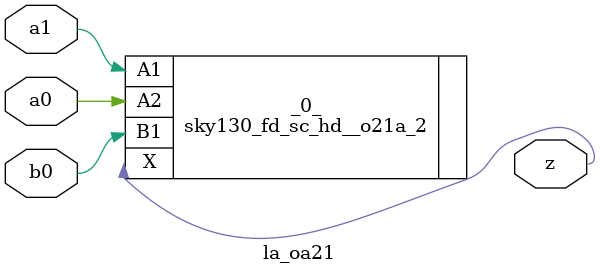
<source format=v>

module la_oa21(a0, a1, b0, z);
  input a0;
  input a1;
  input b0;
  output z;
  sky130_fd_sc_hd__o21a_2 _0_ (
    .A1(a1),
    .A2(a0),
    .B1(b0),
    .X(z)
  );
endmodule

</source>
